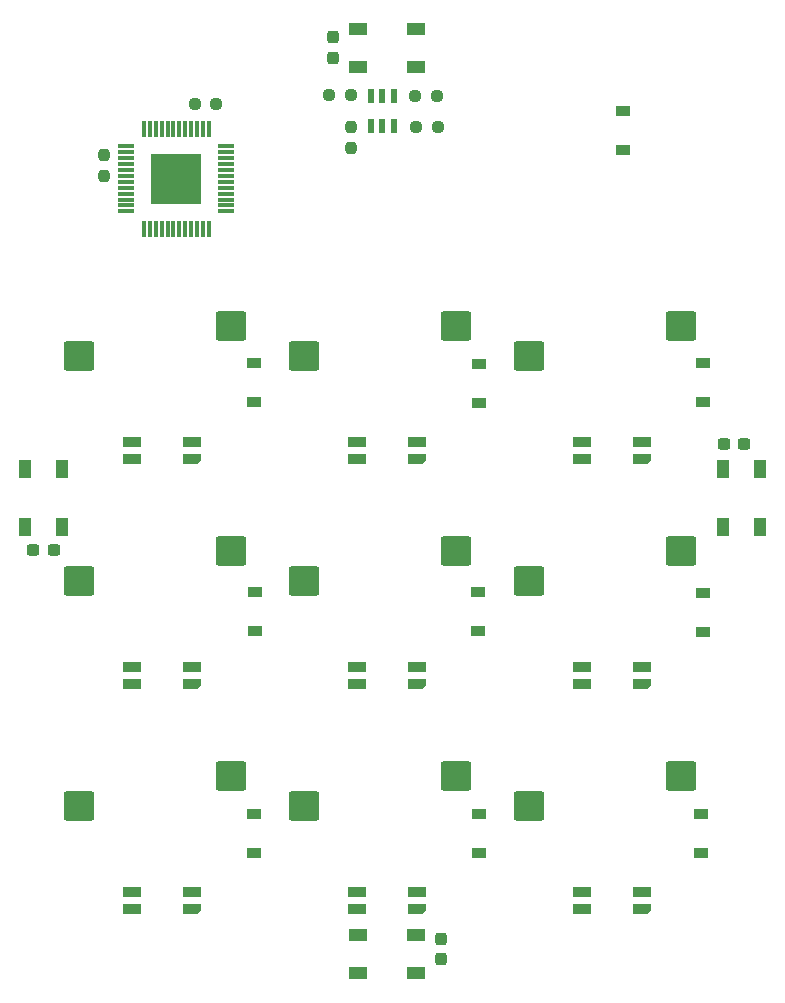
<source format=gbp>
%TF.GenerationSoftware,KiCad,Pcbnew,(6.0.0)*%
%TF.CreationDate,2023-01-21T20:16:48-08:00*%
%TF.ProjectId,keyboard_eval,6b657962-6f61-4726-945f-6576616c2e6b,rev?*%
%TF.SameCoordinates,Original*%
%TF.FileFunction,Paste,Bot*%
%TF.FilePolarity,Positive*%
%FSLAX46Y46*%
G04 Gerber Fmt 4.6, Leading zero omitted, Abs format (unit mm)*
G04 Created by KiCad (PCBNEW (6.0.0)) date 2023-01-21 20:16:48*
%MOMM*%
%LPD*%
G01*
G04 APERTURE LIST*
G04 Aperture macros list*
%AMRoundRect*
0 Rectangle with rounded corners*
0 $1 Rounding radius*
0 $2 $3 $4 $5 $6 $7 $8 $9 X,Y pos of 4 corners*
0 Add a 4 corners polygon primitive as box body*
4,1,4,$2,$3,$4,$5,$6,$7,$8,$9,$2,$3,0*
0 Add four circle primitives for the rounded corners*
1,1,$1+$1,$2,$3*
1,1,$1+$1,$4,$5*
1,1,$1+$1,$6,$7*
1,1,$1+$1,$8,$9*
0 Add four rect primitives between the rounded corners*
20,1,$1+$1,$2,$3,$4,$5,0*
20,1,$1+$1,$4,$5,$6,$7,0*
20,1,$1+$1,$6,$7,$8,$9,0*
20,1,$1+$1,$8,$9,$2,$3,0*%
%AMOutline5P*
0 Free polygon, 5 corners , with rotation*
0 The origin of the aperture is its center*
0 number of corners: always 5*
0 $1 to $10 corner X, Y*
0 $11 Rotation angle, in degrees counterclockwise*
0 create outline with 5 corners*
4,1,5,$1,$2,$3,$4,$5,$6,$7,$8,$9,$10,$1,$2,$11*%
%AMOutline6P*
0 Free polygon, 6 corners , with rotation*
0 The origin of the aperture is its center*
0 number of corners: always 6*
0 $1 to $12 corner X, Y*
0 $13 Rotation angle, in degrees counterclockwise*
0 create outline with 6 corners*
4,1,6,$1,$2,$3,$4,$5,$6,$7,$8,$9,$10,$11,$12,$1,$2,$13*%
%AMOutline7P*
0 Free polygon, 7 corners , with rotation*
0 The origin of the aperture is its center*
0 number of corners: always 7*
0 $1 to $14 corner X, Y*
0 $15 Rotation angle, in degrees counterclockwise*
0 create outline with 7 corners*
4,1,7,$1,$2,$3,$4,$5,$6,$7,$8,$9,$10,$11,$12,$13,$14,$1,$2,$15*%
%AMOutline8P*
0 Free polygon, 8 corners , with rotation*
0 The origin of the aperture is its center*
0 number of corners: always 8*
0 $1 to $16 corner X, Y*
0 $17 Rotation angle, in degrees counterclockwise*
0 create outline with 8 corners*
4,1,8,$1,$2,$3,$4,$5,$6,$7,$8,$9,$10,$11,$12,$13,$14,$15,$16,$1,$2,$17*%
G04 Aperture macros list end*
%ADD10RoundRect,0.200000X-1.075000X-1.050000X1.075000X-1.050000X1.075000X1.050000X-1.075000X1.050000X0*%
%ADD11R,1.200000X0.900000*%
%ADD12Outline5P,-0.750000X0.180000X-0.480000X0.450000X0.750000X0.450000X0.750000X-0.450000X-0.750000X-0.450000X180.000000*%
%ADD13R,1.500000X0.900000*%
%ADD14RoundRect,0.237500X-0.300000X-0.237500X0.300000X-0.237500X0.300000X0.237500X-0.300000X0.237500X0*%
%ADD15R,1.500000X1.000000*%
%ADD16R,1.000000X1.500000*%
%ADD17RoundRect,0.237500X0.250000X0.237500X-0.250000X0.237500X-0.250000X-0.237500X0.250000X-0.237500X0*%
%ADD18R,0.600000X1.200000*%
%ADD19RoundRect,0.237500X-0.237500X0.300000X-0.237500X-0.300000X0.237500X-0.300000X0.237500X0.300000X0*%
%ADD20RoundRect,0.237500X0.237500X-0.250000X0.237500X0.250000X-0.237500X0.250000X-0.237500X-0.250000X0*%
%ADD21RoundRect,0.237500X0.300000X0.237500X-0.300000X0.237500X-0.300000X-0.237500X0.300000X-0.237500X0*%
%ADD22RoundRect,0.237500X0.237500X-0.300000X0.237500X0.300000X-0.237500X0.300000X-0.237500X-0.300000X0*%
%ADD23RoundRect,0.237500X-0.237500X0.250000X-0.237500X-0.250000X0.237500X-0.250000X0.237500X0.250000X0*%
%ADD24R,1.475000X0.300000*%
%ADD25R,0.300000X1.475000*%
%ADD26R,4.210000X4.210000*%
G04 APERTURE END LIST*
D10*
%TO.C,MX6*%
X81015000Y-66510000D03*
X93942000Y-63970000D03*
%TD*%
%TO.C,MX8*%
X61965000Y-85560000D03*
X74892000Y-83020000D03*
%TD*%
%TO.C,MX7*%
X42915000Y-85560000D03*
X55842000Y-83020000D03*
%TD*%
%TO.C,MX5*%
X61965000Y-66510000D03*
X74892000Y-63970000D03*
%TD*%
%TO.C,MX4*%
X42915000Y-66510000D03*
X55842000Y-63970000D03*
%TD*%
%TO.C,MX2*%
X61965000Y-47460000D03*
X74892000Y-44920000D03*
%TD*%
%TO.C,MX1*%
X42915000Y-47460000D03*
X55842000Y-44920000D03*
%TD*%
%TO.C,MX9*%
X81015000Y-85560000D03*
X93942000Y-83020000D03*
%TD*%
%TO.C,MX3*%
X81015000Y-47460000D03*
X93942000Y-44920000D03*
%TD*%
D11*
%TO.C,D10*%
X95650000Y-89550000D03*
X95650000Y-86250000D03*
%TD*%
D12*
%TO.C,S7*%
X52550000Y-94350000D03*
D13*
X47450000Y-94350000D03*
X47450000Y-92850000D03*
X52550000Y-92850000D03*
%TD*%
D14*
%TO.C,C14*%
X97537500Y-54950000D03*
X99262500Y-54950000D03*
%TD*%
D15*
%TO.C,D13*%
X71500000Y-96550000D03*
X71500000Y-99750000D03*
X66600000Y-99750000D03*
X66600000Y-96550000D03*
%TD*%
D11*
%TO.C,D9*%
X76800000Y-89600000D03*
X76800000Y-86300000D03*
%TD*%
D16*
%TO.C,D12*%
X41550000Y-61950000D03*
X38350000Y-61950000D03*
X38350000Y-57050000D03*
X41550000Y-57050000D03*
%TD*%
D11*
%TO.C,D2*%
X57800000Y-51350000D03*
X57800000Y-48050000D03*
%TD*%
%TO.C,D7*%
X95750000Y-70850000D03*
X95750000Y-67550000D03*
%TD*%
D17*
%TO.C,R8*%
X73262500Y-25450000D03*
X71437500Y-25450000D03*
%TD*%
D18*
%TO.C,L1*%
X67700000Y-25500000D03*
X68650000Y-25500000D03*
X69600000Y-25500000D03*
X69600000Y-28000000D03*
X68650000Y-28000000D03*
X67700000Y-28000000D03*
%TD*%
D19*
%TO.C,C13*%
X73600000Y-96837500D03*
X73600000Y-98562500D03*
%TD*%
D12*
%TO.C,S5*%
X71600000Y-75300000D03*
D13*
X66500000Y-75300000D03*
X66500000Y-73800000D03*
X71600000Y-73800000D03*
%TD*%
D12*
%TO.C,S4*%
X52550000Y-75300000D03*
D13*
X47450000Y-75300000D03*
X47450000Y-73800000D03*
X52550000Y-73800000D03*
%TD*%
D16*
%TO.C,D14*%
X97450000Y-57050000D03*
X100650000Y-57050000D03*
X100650000Y-61950000D03*
X97450000Y-61950000D03*
%TD*%
D17*
%TO.C,R6*%
X65952500Y-25360000D03*
X64127500Y-25360000D03*
%TD*%
D12*
%TO.C,S3*%
X90650000Y-56250000D03*
D13*
X85550000Y-56250000D03*
X85550000Y-54750000D03*
X90650000Y-54750000D03*
%TD*%
D12*
%TO.C,S2*%
X71600000Y-56250000D03*
D13*
X66500000Y-56250000D03*
X66500000Y-54750000D03*
X71600000Y-54750000D03*
%TD*%
D12*
%TO.C,S9*%
X90650000Y-94350000D03*
D13*
X85550000Y-94350000D03*
X85550000Y-92850000D03*
X90650000Y-92850000D03*
%TD*%
D12*
%TO.C,S1*%
X52550000Y-56250000D03*
D13*
X47450000Y-56250000D03*
X47450000Y-54750000D03*
X52550000Y-54750000D03*
%TD*%
D20*
%TO.C,R7*%
X66000000Y-29912500D03*
X66000000Y-28087500D03*
%TD*%
D21*
%TO.C,C12*%
X40812500Y-63950000D03*
X39087500Y-63950000D03*
%TD*%
D17*
%TO.C,R3*%
X54562500Y-26200000D03*
X52737500Y-26200000D03*
%TD*%
D22*
%TO.C,C11*%
X64475000Y-22237500D03*
X64475000Y-20512500D03*
%TD*%
D11*
%TO.C,D1*%
X89000000Y-30050000D03*
X89000000Y-26750000D03*
%TD*%
D17*
%TO.C,R9*%
X73312500Y-28100000D03*
X71487500Y-28100000D03*
%TD*%
D11*
%TO.C,D3*%
X76800000Y-51450000D03*
X76800000Y-48150000D03*
%TD*%
D12*
%TO.C,S6*%
X90650000Y-75300000D03*
D13*
X85550000Y-75300000D03*
X85550000Y-73800000D03*
X90650000Y-73800000D03*
%TD*%
D12*
%TO.C,S8*%
X71600000Y-94350000D03*
D13*
X66500000Y-94350000D03*
X66500000Y-92850000D03*
X71600000Y-92850000D03*
%TD*%
D11*
%TO.C,D8*%
X57800000Y-89600000D03*
X57800000Y-86300000D03*
%TD*%
%TO.C,D6*%
X76750000Y-70800000D03*
X76750000Y-67500000D03*
%TD*%
D23*
%TO.C,R5*%
X45050000Y-30437500D03*
X45050000Y-32262500D03*
%TD*%
D11*
%TO.C,D4*%
X95800000Y-51350000D03*
X95800000Y-48050000D03*
%TD*%
D15*
%TO.C,D11*%
X66600000Y-23025000D03*
X66600000Y-19825000D03*
X71500000Y-19825000D03*
X71500000Y-23025000D03*
%TD*%
D24*
%TO.C,IC1*%
X55438000Y-29750000D03*
X55438000Y-30250000D03*
X55438000Y-30750000D03*
X55438000Y-31250000D03*
X55438000Y-31750000D03*
X55438000Y-32250000D03*
X55438000Y-32750000D03*
X55438000Y-33250000D03*
X55438000Y-33750000D03*
X55438000Y-34250000D03*
X55438000Y-34750000D03*
X55438000Y-35250000D03*
D25*
X53950000Y-36738000D03*
X53450000Y-36738000D03*
X52950000Y-36738000D03*
X52450000Y-36738000D03*
X51950000Y-36738000D03*
X51450000Y-36738000D03*
X50950000Y-36738000D03*
X50450000Y-36738000D03*
X49950000Y-36738000D03*
X49450000Y-36738000D03*
X48950000Y-36738000D03*
X48450000Y-36738000D03*
D24*
X46962000Y-35250000D03*
X46962000Y-34750000D03*
X46962000Y-34250000D03*
X46962000Y-33750000D03*
X46962000Y-33250000D03*
X46962000Y-32750000D03*
X46962000Y-32250000D03*
X46962000Y-31750000D03*
X46962000Y-31250000D03*
X46962000Y-30750000D03*
X46962000Y-30250000D03*
X46962000Y-29750000D03*
D25*
X48450000Y-28262000D03*
X48950000Y-28262000D03*
X49450000Y-28262000D03*
X49950000Y-28262000D03*
X50450000Y-28262000D03*
X50950000Y-28262000D03*
X51450000Y-28262000D03*
X51950000Y-28262000D03*
X52450000Y-28262000D03*
X52950000Y-28262000D03*
X53450000Y-28262000D03*
X53950000Y-28262000D03*
D26*
X51200000Y-32500000D03*
%TD*%
D11*
%TO.C,D5*%
X57850000Y-70750000D03*
X57850000Y-67450000D03*
%TD*%
M02*

</source>
